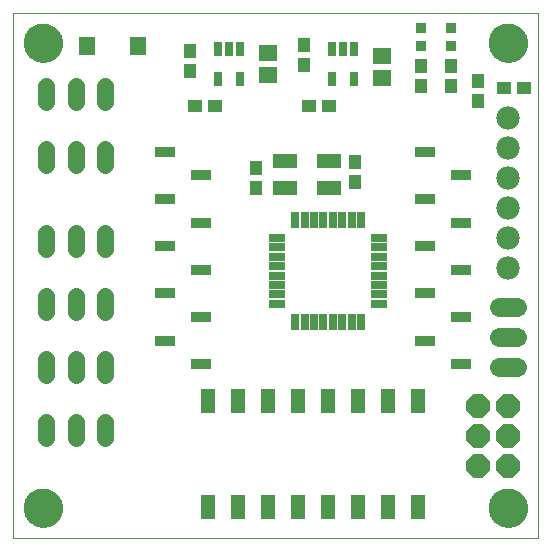
<source format=gts>
G75*
%MOIN*%
%OFA0B0*%
%FSLAX25Y25*%
%IPPOS*%
%LPD*%
%AMOC8*
5,1,8,0,0,1.08239X$1,22.5*
%
%ADD10C,0.00000*%
%ADD11C,0.12998*%
%ADD12OC8,0.07800*%
%ADD13R,0.02600X0.05400*%
%ADD14R,0.05400X0.02600*%
%ADD15R,0.04700X0.08300*%
%ADD16R,0.04337X0.04731*%
%ADD17R,0.05400X0.06187*%
%ADD18R,0.03550X0.03550*%
%ADD19R,0.07093X0.03746*%
%ADD20R,0.07880X0.04731*%
%ADD21C,0.07800*%
%ADD22R,0.04731X0.04337*%
%ADD23C,0.05550*%
%ADD24C,0.06400*%
%ADD25R,0.02565X0.05124*%
%ADD26R,0.06306X0.05518*%
D10*
X0002800Y0003800D02*
X0002800Y0178800D01*
X0177800Y0178800D01*
X0177800Y0003800D01*
X0002800Y0003800D01*
X0006501Y0013800D02*
X0006503Y0013958D01*
X0006509Y0014116D01*
X0006519Y0014274D01*
X0006533Y0014432D01*
X0006551Y0014589D01*
X0006572Y0014746D01*
X0006598Y0014902D01*
X0006628Y0015058D01*
X0006661Y0015213D01*
X0006699Y0015366D01*
X0006740Y0015519D01*
X0006785Y0015671D01*
X0006834Y0015822D01*
X0006887Y0015971D01*
X0006943Y0016119D01*
X0007003Y0016265D01*
X0007067Y0016410D01*
X0007135Y0016553D01*
X0007206Y0016695D01*
X0007280Y0016835D01*
X0007358Y0016972D01*
X0007440Y0017108D01*
X0007524Y0017242D01*
X0007613Y0017373D01*
X0007704Y0017502D01*
X0007799Y0017629D01*
X0007896Y0017754D01*
X0007997Y0017876D01*
X0008101Y0017995D01*
X0008208Y0018112D01*
X0008318Y0018226D01*
X0008431Y0018337D01*
X0008546Y0018446D01*
X0008664Y0018551D01*
X0008785Y0018653D01*
X0008908Y0018753D01*
X0009034Y0018849D01*
X0009162Y0018942D01*
X0009292Y0019032D01*
X0009425Y0019118D01*
X0009560Y0019202D01*
X0009696Y0019281D01*
X0009835Y0019358D01*
X0009976Y0019430D01*
X0010118Y0019500D01*
X0010262Y0019565D01*
X0010408Y0019627D01*
X0010555Y0019685D01*
X0010704Y0019740D01*
X0010854Y0019791D01*
X0011005Y0019838D01*
X0011157Y0019881D01*
X0011310Y0019920D01*
X0011465Y0019956D01*
X0011620Y0019987D01*
X0011776Y0020015D01*
X0011932Y0020039D01*
X0012089Y0020059D01*
X0012247Y0020075D01*
X0012404Y0020087D01*
X0012563Y0020095D01*
X0012721Y0020099D01*
X0012879Y0020099D01*
X0013037Y0020095D01*
X0013196Y0020087D01*
X0013353Y0020075D01*
X0013511Y0020059D01*
X0013668Y0020039D01*
X0013824Y0020015D01*
X0013980Y0019987D01*
X0014135Y0019956D01*
X0014290Y0019920D01*
X0014443Y0019881D01*
X0014595Y0019838D01*
X0014746Y0019791D01*
X0014896Y0019740D01*
X0015045Y0019685D01*
X0015192Y0019627D01*
X0015338Y0019565D01*
X0015482Y0019500D01*
X0015624Y0019430D01*
X0015765Y0019358D01*
X0015904Y0019281D01*
X0016040Y0019202D01*
X0016175Y0019118D01*
X0016308Y0019032D01*
X0016438Y0018942D01*
X0016566Y0018849D01*
X0016692Y0018753D01*
X0016815Y0018653D01*
X0016936Y0018551D01*
X0017054Y0018446D01*
X0017169Y0018337D01*
X0017282Y0018226D01*
X0017392Y0018112D01*
X0017499Y0017995D01*
X0017603Y0017876D01*
X0017704Y0017754D01*
X0017801Y0017629D01*
X0017896Y0017502D01*
X0017987Y0017373D01*
X0018076Y0017242D01*
X0018160Y0017108D01*
X0018242Y0016972D01*
X0018320Y0016835D01*
X0018394Y0016695D01*
X0018465Y0016553D01*
X0018533Y0016410D01*
X0018597Y0016265D01*
X0018657Y0016119D01*
X0018713Y0015971D01*
X0018766Y0015822D01*
X0018815Y0015671D01*
X0018860Y0015519D01*
X0018901Y0015366D01*
X0018939Y0015213D01*
X0018972Y0015058D01*
X0019002Y0014902D01*
X0019028Y0014746D01*
X0019049Y0014589D01*
X0019067Y0014432D01*
X0019081Y0014274D01*
X0019091Y0014116D01*
X0019097Y0013958D01*
X0019099Y0013800D01*
X0019097Y0013642D01*
X0019091Y0013484D01*
X0019081Y0013326D01*
X0019067Y0013168D01*
X0019049Y0013011D01*
X0019028Y0012854D01*
X0019002Y0012698D01*
X0018972Y0012542D01*
X0018939Y0012387D01*
X0018901Y0012234D01*
X0018860Y0012081D01*
X0018815Y0011929D01*
X0018766Y0011778D01*
X0018713Y0011629D01*
X0018657Y0011481D01*
X0018597Y0011335D01*
X0018533Y0011190D01*
X0018465Y0011047D01*
X0018394Y0010905D01*
X0018320Y0010765D01*
X0018242Y0010628D01*
X0018160Y0010492D01*
X0018076Y0010358D01*
X0017987Y0010227D01*
X0017896Y0010098D01*
X0017801Y0009971D01*
X0017704Y0009846D01*
X0017603Y0009724D01*
X0017499Y0009605D01*
X0017392Y0009488D01*
X0017282Y0009374D01*
X0017169Y0009263D01*
X0017054Y0009154D01*
X0016936Y0009049D01*
X0016815Y0008947D01*
X0016692Y0008847D01*
X0016566Y0008751D01*
X0016438Y0008658D01*
X0016308Y0008568D01*
X0016175Y0008482D01*
X0016040Y0008398D01*
X0015904Y0008319D01*
X0015765Y0008242D01*
X0015624Y0008170D01*
X0015482Y0008100D01*
X0015338Y0008035D01*
X0015192Y0007973D01*
X0015045Y0007915D01*
X0014896Y0007860D01*
X0014746Y0007809D01*
X0014595Y0007762D01*
X0014443Y0007719D01*
X0014290Y0007680D01*
X0014135Y0007644D01*
X0013980Y0007613D01*
X0013824Y0007585D01*
X0013668Y0007561D01*
X0013511Y0007541D01*
X0013353Y0007525D01*
X0013196Y0007513D01*
X0013037Y0007505D01*
X0012879Y0007501D01*
X0012721Y0007501D01*
X0012563Y0007505D01*
X0012404Y0007513D01*
X0012247Y0007525D01*
X0012089Y0007541D01*
X0011932Y0007561D01*
X0011776Y0007585D01*
X0011620Y0007613D01*
X0011465Y0007644D01*
X0011310Y0007680D01*
X0011157Y0007719D01*
X0011005Y0007762D01*
X0010854Y0007809D01*
X0010704Y0007860D01*
X0010555Y0007915D01*
X0010408Y0007973D01*
X0010262Y0008035D01*
X0010118Y0008100D01*
X0009976Y0008170D01*
X0009835Y0008242D01*
X0009696Y0008319D01*
X0009560Y0008398D01*
X0009425Y0008482D01*
X0009292Y0008568D01*
X0009162Y0008658D01*
X0009034Y0008751D01*
X0008908Y0008847D01*
X0008785Y0008947D01*
X0008664Y0009049D01*
X0008546Y0009154D01*
X0008431Y0009263D01*
X0008318Y0009374D01*
X0008208Y0009488D01*
X0008101Y0009605D01*
X0007997Y0009724D01*
X0007896Y0009846D01*
X0007799Y0009971D01*
X0007704Y0010098D01*
X0007613Y0010227D01*
X0007524Y0010358D01*
X0007440Y0010492D01*
X0007358Y0010628D01*
X0007280Y0010765D01*
X0007206Y0010905D01*
X0007135Y0011047D01*
X0007067Y0011190D01*
X0007003Y0011335D01*
X0006943Y0011481D01*
X0006887Y0011629D01*
X0006834Y0011778D01*
X0006785Y0011929D01*
X0006740Y0012081D01*
X0006699Y0012234D01*
X0006661Y0012387D01*
X0006628Y0012542D01*
X0006598Y0012698D01*
X0006572Y0012854D01*
X0006551Y0013011D01*
X0006533Y0013168D01*
X0006519Y0013326D01*
X0006509Y0013484D01*
X0006503Y0013642D01*
X0006501Y0013800D01*
X0006501Y0168800D02*
X0006503Y0168958D01*
X0006509Y0169116D01*
X0006519Y0169274D01*
X0006533Y0169432D01*
X0006551Y0169589D01*
X0006572Y0169746D01*
X0006598Y0169902D01*
X0006628Y0170058D01*
X0006661Y0170213D01*
X0006699Y0170366D01*
X0006740Y0170519D01*
X0006785Y0170671D01*
X0006834Y0170822D01*
X0006887Y0170971D01*
X0006943Y0171119D01*
X0007003Y0171265D01*
X0007067Y0171410D01*
X0007135Y0171553D01*
X0007206Y0171695D01*
X0007280Y0171835D01*
X0007358Y0171972D01*
X0007440Y0172108D01*
X0007524Y0172242D01*
X0007613Y0172373D01*
X0007704Y0172502D01*
X0007799Y0172629D01*
X0007896Y0172754D01*
X0007997Y0172876D01*
X0008101Y0172995D01*
X0008208Y0173112D01*
X0008318Y0173226D01*
X0008431Y0173337D01*
X0008546Y0173446D01*
X0008664Y0173551D01*
X0008785Y0173653D01*
X0008908Y0173753D01*
X0009034Y0173849D01*
X0009162Y0173942D01*
X0009292Y0174032D01*
X0009425Y0174118D01*
X0009560Y0174202D01*
X0009696Y0174281D01*
X0009835Y0174358D01*
X0009976Y0174430D01*
X0010118Y0174500D01*
X0010262Y0174565D01*
X0010408Y0174627D01*
X0010555Y0174685D01*
X0010704Y0174740D01*
X0010854Y0174791D01*
X0011005Y0174838D01*
X0011157Y0174881D01*
X0011310Y0174920D01*
X0011465Y0174956D01*
X0011620Y0174987D01*
X0011776Y0175015D01*
X0011932Y0175039D01*
X0012089Y0175059D01*
X0012247Y0175075D01*
X0012404Y0175087D01*
X0012563Y0175095D01*
X0012721Y0175099D01*
X0012879Y0175099D01*
X0013037Y0175095D01*
X0013196Y0175087D01*
X0013353Y0175075D01*
X0013511Y0175059D01*
X0013668Y0175039D01*
X0013824Y0175015D01*
X0013980Y0174987D01*
X0014135Y0174956D01*
X0014290Y0174920D01*
X0014443Y0174881D01*
X0014595Y0174838D01*
X0014746Y0174791D01*
X0014896Y0174740D01*
X0015045Y0174685D01*
X0015192Y0174627D01*
X0015338Y0174565D01*
X0015482Y0174500D01*
X0015624Y0174430D01*
X0015765Y0174358D01*
X0015904Y0174281D01*
X0016040Y0174202D01*
X0016175Y0174118D01*
X0016308Y0174032D01*
X0016438Y0173942D01*
X0016566Y0173849D01*
X0016692Y0173753D01*
X0016815Y0173653D01*
X0016936Y0173551D01*
X0017054Y0173446D01*
X0017169Y0173337D01*
X0017282Y0173226D01*
X0017392Y0173112D01*
X0017499Y0172995D01*
X0017603Y0172876D01*
X0017704Y0172754D01*
X0017801Y0172629D01*
X0017896Y0172502D01*
X0017987Y0172373D01*
X0018076Y0172242D01*
X0018160Y0172108D01*
X0018242Y0171972D01*
X0018320Y0171835D01*
X0018394Y0171695D01*
X0018465Y0171553D01*
X0018533Y0171410D01*
X0018597Y0171265D01*
X0018657Y0171119D01*
X0018713Y0170971D01*
X0018766Y0170822D01*
X0018815Y0170671D01*
X0018860Y0170519D01*
X0018901Y0170366D01*
X0018939Y0170213D01*
X0018972Y0170058D01*
X0019002Y0169902D01*
X0019028Y0169746D01*
X0019049Y0169589D01*
X0019067Y0169432D01*
X0019081Y0169274D01*
X0019091Y0169116D01*
X0019097Y0168958D01*
X0019099Y0168800D01*
X0019097Y0168642D01*
X0019091Y0168484D01*
X0019081Y0168326D01*
X0019067Y0168168D01*
X0019049Y0168011D01*
X0019028Y0167854D01*
X0019002Y0167698D01*
X0018972Y0167542D01*
X0018939Y0167387D01*
X0018901Y0167234D01*
X0018860Y0167081D01*
X0018815Y0166929D01*
X0018766Y0166778D01*
X0018713Y0166629D01*
X0018657Y0166481D01*
X0018597Y0166335D01*
X0018533Y0166190D01*
X0018465Y0166047D01*
X0018394Y0165905D01*
X0018320Y0165765D01*
X0018242Y0165628D01*
X0018160Y0165492D01*
X0018076Y0165358D01*
X0017987Y0165227D01*
X0017896Y0165098D01*
X0017801Y0164971D01*
X0017704Y0164846D01*
X0017603Y0164724D01*
X0017499Y0164605D01*
X0017392Y0164488D01*
X0017282Y0164374D01*
X0017169Y0164263D01*
X0017054Y0164154D01*
X0016936Y0164049D01*
X0016815Y0163947D01*
X0016692Y0163847D01*
X0016566Y0163751D01*
X0016438Y0163658D01*
X0016308Y0163568D01*
X0016175Y0163482D01*
X0016040Y0163398D01*
X0015904Y0163319D01*
X0015765Y0163242D01*
X0015624Y0163170D01*
X0015482Y0163100D01*
X0015338Y0163035D01*
X0015192Y0162973D01*
X0015045Y0162915D01*
X0014896Y0162860D01*
X0014746Y0162809D01*
X0014595Y0162762D01*
X0014443Y0162719D01*
X0014290Y0162680D01*
X0014135Y0162644D01*
X0013980Y0162613D01*
X0013824Y0162585D01*
X0013668Y0162561D01*
X0013511Y0162541D01*
X0013353Y0162525D01*
X0013196Y0162513D01*
X0013037Y0162505D01*
X0012879Y0162501D01*
X0012721Y0162501D01*
X0012563Y0162505D01*
X0012404Y0162513D01*
X0012247Y0162525D01*
X0012089Y0162541D01*
X0011932Y0162561D01*
X0011776Y0162585D01*
X0011620Y0162613D01*
X0011465Y0162644D01*
X0011310Y0162680D01*
X0011157Y0162719D01*
X0011005Y0162762D01*
X0010854Y0162809D01*
X0010704Y0162860D01*
X0010555Y0162915D01*
X0010408Y0162973D01*
X0010262Y0163035D01*
X0010118Y0163100D01*
X0009976Y0163170D01*
X0009835Y0163242D01*
X0009696Y0163319D01*
X0009560Y0163398D01*
X0009425Y0163482D01*
X0009292Y0163568D01*
X0009162Y0163658D01*
X0009034Y0163751D01*
X0008908Y0163847D01*
X0008785Y0163947D01*
X0008664Y0164049D01*
X0008546Y0164154D01*
X0008431Y0164263D01*
X0008318Y0164374D01*
X0008208Y0164488D01*
X0008101Y0164605D01*
X0007997Y0164724D01*
X0007896Y0164846D01*
X0007799Y0164971D01*
X0007704Y0165098D01*
X0007613Y0165227D01*
X0007524Y0165358D01*
X0007440Y0165492D01*
X0007358Y0165628D01*
X0007280Y0165765D01*
X0007206Y0165905D01*
X0007135Y0166047D01*
X0007067Y0166190D01*
X0007003Y0166335D01*
X0006943Y0166481D01*
X0006887Y0166629D01*
X0006834Y0166778D01*
X0006785Y0166929D01*
X0006740Y0167081D01*
X0006699Y0167234D01*
X0006661Y0167387D01*
X0006628Y0167542D01*
X0006598Y0167698D01*
X0006572Y0167854D01*
X0006551Y0168011D01*
X0006533Y0168168D01*
X0006519Y0168326D01*
X0006509Y0168484D01*
X0006503Y0168642D01*
X0006501Y0168800D01*
X0161501Y0168800D02*
X0161503Y0168958D01*
X0161509Y0169116D01*
X0161519Y0169274D01*
X0161533Y0169432D01*
X0161551Y0169589D01*
X0161572Y0169746D01*
X0161598Y0169902D01*
X0161628Y0170058D01*
X0161661Y0170213D01*
X0161699Y0170366D01*
X0161740Y0170519D01*
X0161785Y0170671D01*
X0161834Y0170822D01*
X0161887Y0170971D01*
X0161943Y0171119D01*
X0162003Y0171265D01*
X0162067Y0171410D01*
X0162135Y0171553D01*
X0162206Y0171695D01*
X0162280Y0171835D01*
X0162358Y0171972D01*
X0162440Y0172108D01*
X0162524Y0172242D01*
X0162613Y0172373D01*
X0162704Y0172502D01*
X0162799Y0172629D01*
X0162896Y0172754D01*
X0162997Y0172876D01*
X0163101Y0172995D01*
X0163208Y0173112D01*
X0163318Y0173226D01*
X0163431Y0173337D01*
X0163546Y0173446D01*
X0163664Y0173551D01*
X0163785Y0173653D01*
X0163908Y0173753D01*
X0164034Y0173849D01*
X0164162Y0173942D01*
X0164292Y0174032D01*
X0164425Y0174118D01*
X0164560Y0174202D01*
X0164696Y0174281D01*
X0164835Y0174358D01*
X0164976Y0174430D01*
X0165118Y0174500D01*
X0165262Y0174565D01*
X0165408Y0174627D01*
X0165555Y0174685D01*
X0165704Y0174740D01*
X0165854Y0174791D01*
X0166005Y0174838D01*
X0166157Y0174881D01*
X0166310Y0174920D01*
X0166465Y0174956D01*
X0166620Y0174987D01*
X0166776Y0175015D01*
X0166932Y0175039D01*
X0167089Y0175059D01*
X0167247Y0175075D01*
X0167404Y0175087D01*
X0167563Y0175095D01*
X0167721Y0175099D01*
X0167879Y0175099D01*
X0168037Y0175095D01*
X0168196Y0175087D01*
X0168353Y0175075D01*
X0168511Y0175059D01*
X0168668Y0175039D01*
X0168824Y0175015D01*
X0168980Y0174987D01*
X0169135Y0174956D01*
X0169290Y0174920D01*
X0169443Y0174881D01*
X0169595Y0174838D01*
X0169746Y0174791D01*
X0169896Y0174740D01*
X0170045Y0174685D01*
X0170192Y0174627D01*
X0170338Y0174565D01*
X0170482Y0174500D01*
X0170624Y0174430D01*
X0170765Y0174358D01*
X0170904Y0174281D01*
X0171040Y0174202D01*
X0171175Y0174118D01*
X0171308Y0174032D01*
X0171438Y0173942D01*
X0171566Y0173849D01*
X0171692Y0173753D01*
X0171815Y0173653D01*
X0171936Y0173551D01*
X0172054Y0173446D01*
X0172169Y0173337D01*
X0172282Y0173226D01*
X0172392Y0173112D01*
X0172499Y0172995D01*
X0172603Y0172876D01*
X0172704Y0172754D01*
X0172801Y0172629D01*
X0172896Y0172502D01*
X0172987Y0172373D01*
X0173076Y0172242D01*
X0173160Y0172108D01*
X0173242Y0171972D01*
X0173320Y0171835D01*
X0173394Y0171695D01*
X0173465Y0171553D01*
X0173533Y0171410D01*
X0173597Y0171265D01*
X0173657Y0171119D01*
X0173713Y0170971D01*
X0173766Y0170822D01*
X0173815Y0170671D01*
X0173860Y0170519D01*
X0173901Y0170366D01*
X0173939Y0170213D01*
X0173972Y0170058D01*
X0174002Y0169902D01*
X0174028Y0169746D01*
X0174049Y0169589D01*
X0174067Y0169432D01*
X0174081Y0169274D01*
X0174091Y0169116D01*
X0174097Y0168958D01*
X0174099Y0168800D01*
X0174097Y0168642D01*
X0174091Y0168484D01*
X0174081Y0168326D01*
X0174067Y0168168D01*
X0174049Y0168011D01*
X0174028Y0167854D01*
X0174002Y0167698D01*
X0173972Y0167542D01*
X0173939Y0167387D01*
X0173901Y0167234D01*
X0173860Y0167081D01*
X0173815Y0166929D01*
X0173766Y0166778D01*
X0173713Y0166629D01*
X0173657Y0166481D01*
X0173597Y0166335D01*
X0173533Y0166190D01*
X0173465Y0166047D01*
X0173394Y0165905D01*
X0173320Y0165765D01*
X0173242Y0165628D01*
X0173160Y0165492D01*
X0173076Y0165358D01*
X0172987Y0165227D01*
X0172896Y0165098D01*
X0172801Y0164971D01*
X0172704Y0164846D01*
X0172603Y0164724D01*
X0172499Y0164605D01*
X0172392Y0164488D01*
X0172282Y0164374D01*
X0172169Y0164263D01*
X0172054Y0164154D01*
X0171936Y0164049D01*
X0171815Y0163947D01*
X0171692Y0163847D01*
X0171566Y0163751D01*
X0171438Y0163658D01*
X0171308Y0163568D01*
X0171175Y0163482D01*
X0171040Y0163398D01*
X0170904Y0163319D01*
X0170765Y0163242D01*
X0170624Y0163170D01*
X0170482Y0163100D01*
X0170338Y0163035D01*
X0170192Y0162973D01*
X0170045Y0162915D01*
X0169896Y0162860D01*
X0169746Y0162809D01*
X0169595Y0162762D01*
X0169443Y0162719D01*
X0169290Y0162680D01*
X0169135Y0162644D01*
X0168980Y0162613D01*
X0168824Y0162585D01*
X0168668Y0162561D01*
X0168511Y0162541D01*
X0168353Y0162525D01*
X0168196Y0162513D01*
X0168037Y0162505D01*
X0167879Y0162501D01*
X0167721Y0162501D01*
X0167563Y0162505D01*
X0167404Y0162513D01*
X0167247Y0162525D01*
X0167089Y0162541D01*
X0166932Y0162561D01*
X0166776Y0162585D01*
X0166620Y0162613D01*
X0166465Y0162644D01*
X0166310Y0162680D01*
X0166157Y0162719D01*
X0166005Y0162762D01*
X0165854Y0162809D01*
X0165704Y0162860D01*
X0165555Y0162915D01*
X0165408Y0162973D01*
X0165262Y0163035D01*
X0165118Y0163100D01*
X0164976Y0163170D01*
X0164835Y0163242D01*
X0164696Y0163319D01*
X0164560Y0163398D01*
X0164425Y0163482D01*
X0164292Y0163568D01*
X0164162Y0163658D01*
X0164034Y0163751D01*
X0163908Y0163847D01*
X0163785Y0163947D01*
X0163664Y0164049D01*
X0163546Y0164154D01*
X0163431Y0164263D01*
X0163318Y0164374D01*
X0163208Y0164488D01*
X0163101Y0164605D01*
X0162997Y0164724D01*
X0162896Y0164846D01*
X0162799Y0164971D01*
X0162704Y0165098D01*
X0162613Y0165227D01*
X0162524Y0165358D01*
X0162440Y0165492D01*
X0162358Y0165628D01*
X0162280Y0165765D01*
X0162206Y0165905D01*
X0162135Y0166047D01*
X0162067Y0166190D01*
X0162003Y0166335D01*
X0161943Y0166481D01*
X0161887Y0166629D01*
X0161834Y0166778D01*
X0161785Y0166929D01*
X0161740Y0167081D01*
X0161699Y0167234D01*
X0161661Y0167387D01*
X0161628Y0167542D01*
X0161598Y0167698D01*
X0161572Y0167854D01*
X0161551Y0168011D01*
X0161533Y0168168D01*
X0161519Y0168326D01*
X0161509Y0168484D01*
X0161503Y0168642D01*
X0161501Y0168800D01*
X0161501Y0013800D02*
X0161503Y0013958D01*
X0161509Y0014116D01*
X0161519Y0014274D01*
X0161533Y0014432D01*
X0161551Y0014589D01*
X0161572Y0014746D01*
X0161598Y0014902D01*
X0161628Y0015058D01*
X0161661Y0015213D01*
X0161699Y0015366D01*
X0161740Y0015519D01*
X0161785Y0015671D01*
X0161834Y0015822D01*
X0161887Y0015971D01*
X0161943Y0016119D01*
X0162003Y0016265D01*
X0162067Y0016410D01*
X0162135Y0016553D01*
X0162206Y0016695D01*
X0162280Y0016835D01*
X0162358Y0016972D01*
X0162440Y0017108D01*
X0162524Y0017242D01*
X0162613Y0017373D01*
X0162704Y0017502D01*
X0162799Y0017629D01*
X0162896Y0017754D01*
X0162997Y0017876D01*
X0163101Y0017995D01*
X0163208Y0018112D01*
X0163318Y0018226D01*
X0163431Y0018337D01*
X0163546Y0018446D01*
X0163664Y0018551D01*
X0163785Y0018653D01*
X0163908Y0018753D01*
X0164034Y0018849D01*
X0164162Y0018942D01*
X0164292Y0019032D01*
X0164425Y0019118D01*
X0164560Y0019202D01*
X0164696Y0019281D01*
X0164835Y0019358D01*
X0164976Y0019430D01*
X0165118Y0019500D01*
X0165262Y0019565D01*
X0165408Y0019627D01*
X0165555Y0019685D01*
X0165704Y0019740D01*
X0165854Y0019791D01*
X0166005Y0019838D01*
X0166157Y0019881D01*
X0166310Y0019920D01*
X0166465Y0019956D01*
X0166620Y0019987D01*
X0166776Y0020015D01*
X0166932Y0020039D01*
X0167089Y0020059D01*
X0167247Y0020075D01*
X0167404Y0020087D01*
X0167563Y0020095D01*
X0167721Y0020099D01*
X0167879Y0020099D01*
X0168037Y0020095D01*
X0168196Y0020087D01*
X0168353Y0020075D01*
X0168511Y0020059D01*
X0168668Y0020039D01*
X0168824Y0020015D01*
X0168980Y0019987D01*
X0169135Y0019956D01*
X0169290Y0019920D01*
X0169443Y0019881D01*
X0169595Y0019838D01*
X0169746Y0019791D01*
X0169896Y0019740D01*
X0170045Y0019685D01*
X0170192Y0019627D01*
X0170338Y0019565D01*
X0170482Y0019500D01*
X0170624Y0019430D01*
X0170765Y0019358D01*
X0170904Y0019281D01*
X0171040Y0019202D01*
X0171175Y0019118D01*
X0171308Y0019032D01*
X0171438Y0018942D01*
X0171566Y0018849D01*
X0171692Y0018753D01*
X0171815Y0018653D01*
X0171936Y0018551D01*
X0172054Y0018446D01*
X0172169Y0018337D01*
X0172282Y0018226D01*
X0172392Y0018112D01*
X0172499Y0017995D01*
X0172603Y0017876D01*
X0172704Y0017754D01*
X0172801Y0017629D01*
X0172896Y0017502D01*
X0172987Y0017373D01*
X0173076Y0017242D01*
X0173160Y0017108D01*
X0173242Y0016972D01*
X0173320Y0016835D01*
X0173394Y0016695D01*
X0173465Y0016553D01*
X0173533Y0016410D01*
X0173597Y0016265D01*
X0173657Y0016119D01*
X0173713Y0015971D01*
X0173766Y0015822D01*
X0173815Y0015671D01*
X0173860Y0015519D01*
X0173901Y0015366D01*
X0173939Y0015213D01*
X0173972Y0015058D01*
X0174002Y0014902D01*
X0174028Y0014746D01*
X0174049Y0014589D01*
X0174067Y0014432D01*
X0174081Y0014274D01*
X0174091Y0014116D01*
X0174097Y0013958D01*
X0174099Y0013800D01*
X0174097Y0013642D01*
X0174091Y0013484D01*
X0174081Y0013326D01*
X0174067Y0013168D01*
X0174049Y0013011D01*
X0174028Y0012854D01*
X0174002Y0012698D01*
X0173972Y0012542D01*
X0173939Y0012387D01*
X0173901Y0012234D01*
X0173860Y0012081D01*
X0173815Y0011929D01*
X0173766Y0011778D01*
X0173713Y0011629D01*
X0173657Y0011481D01*
X0173597Y0011335D01*
X0173533Y0011190D01*
X0173465Y0011047D01*
X0173394Y0010905D01*
X0173320Y0010765D01*
X0173242Y0010628D01*
X0173160Y0010492D01*
X0173076Y0010358D01*
X0172987Y0010227D01*
X0172896Y0010098D01*
X0172801Y0009971D01*
X0172704Y0009846D01*
X0172603Y0009724D01*
X0172499Y0009605D01*
X0172392Y0009488D01*
X0172282Y0009374D01*
X0172169Y0009263D01*
X0172054Y0009154D01*
X0171936Y0009049D01*
X0171815Y0008947D01*
X0171692Y0008847D01*
X0171566Y0008751D01*
X0171438Y0008658D01*
X0171308Y0008568D01*
X0171175Y0008482D01*
X0171040Y0008398D01*
X0170904Y0008319D01*
X0170765Y0008242D01*
X0170624Y0008170D01*
X0170482Y0008100D01*
X0170338Y0008035D01*
X0170192Y0007973D01*
X0170045Y0007915D01*
X0169896Y0007860D01*
X0169746Y0007809D01*
X0169595Y0007762D01*
X0169443Y0007719D01*
X0169290Y0007680D01*
X0169135Y0007644D01*
X0168980Y0007613D01*
X0168824Y0007585D01*
X0168668Y0007561D01*
X0168511Y0007541D01*
X0168353Y0007525D01*
X0168196Y0007513D01*
X0168037Y0007505D01*
X0167879Y0007501D01*
X0167721Y0007501D01*
X0167563Y0007505D01*
X0167404Y0007513D01*
X0167247Y0007525D01*
X0167089Y0007541D01*
X0166932Y0007561D01*
X0166776Y0007585D01*
X0166620Y0007613D01*
X0166465Y0007644D01*
X0166310Y0007680D01*
X0166157Y0007719D01*
X0166005Y0007762D01*
X0165854Y0007809D01*
X0165704Y0007860D01*
X0165555Y0007915D01*
X0165408Y0007973D01*
X0165262Y0008035D01*
X0165118Y0008100D01*
X0164976Y0008170D01*
X0164835Y0008242D01*
X0164696Y0008319D01*
X0164560Y0008398D01*
X0164425Y0008482D01*
X0164292Y0008568D01*
X0164162Y0008658D01*
X0164034Y0008751D01*
X0163908Y0008847D01*
X0163785Y0008947D01*
X0163664Y0009049D01*
X0163546Y0009154D01*
X0163431Y0009263D01*
X0163318Y0009374D01*
X0163208Y0009488D01*
X0163101Y0009605D01*
X0162997Y0009724D01*
X0162896Y0009846D01*
X0162799Y0009971D01*
X0162704Y0010098D01*
X0162613Y0010227D01*
X0162524Y0010358D01*
X0162440Y0010492D01*
X0162358Y0010628D01*
X0162280Y0010765D01*
X0162206Y0010905D01*
X0162135Y0011047D01*
X0162067Y0011190D01*
X0162003Y0011335D01*
X0161943Y0011481D01*
X0161887Y0011629D01*
X0161834Y0011778D01*
X0161785Y0011929D01*
X0161740Y0012081D01*
X0161699Y0012234D01*
X0161661Y0012387D01*
X0161628Y0012542D01*
X0161598Y0012698D01*
X0161572Y0012854D01*
X0161551Y0013011D01*
X0161533Y0013168D01*
X0161519Y0013326D01*
X0161509Y0013484D01*
X0161503Y0013642D01*
X0161501Y0013800D01*
D11*
X0167800Y0013800D03*
X0167800Y0168800D03*
X0012800Y0168800D03*
X0012800Y0013800D03*
D12*
X0157800Y0027800D03*
X0157800Y0037800D03*
X0167800Y0037800D03*
X0167800Y0027800D03*
X0167800Y0047800D03*
X0157800Y0047800D03*
D13*
X0118824Y0075900D03*
X0115674Y0075900D03*
X0112524Y0075900D03*
X0109375Y0075900D03*
X0106225Y0075900D03*
X0103076Y0075900D03*
X0099926Y0075900D03*
X0096776Y0075900D03*
X0096776Y0109700D03*
X0099926Y0109700D03*
X0103076Y0109700D03*
X0106225Y0109700D03*
X0109375Y0109700D03*
X0112524Y0109700D03*
X0115674Y0109700D03*
X0118824Y0109700D03*
D14*
X0124700Y0103824D03*
X0124700Y0100674D03*
X0124700Y0097524D03*
X0124700Y0094375D03*
X0124700Y0091225D03*
X0124700Y0088076D03*
X0124700Y0084926D03*
X0124700Y0081776D03*
X0090900Y0081776D03*
X0090900Y0084926D03*
X0090900Y0088076D03*
X0090900Y0091225D03*
X0090900Y0094375D03*
X0090900Y0097524D03*
X0090900Y0100674D03*
X0090900Y0103824D03*
D15*
X0087800Y0049500D03*
X0077800Y0049500D03*
X0067800Y0049500D03*
X0097800Y0049500D03*
X0107800Y0049500D03*
X0117800Y0049500D03*
X0127800Y0049500D03*
X0137800Y0049500D03*
X0137800Y0014100D03*
X0127800Y0014100D03*
X0117800Y0014100D03*
X0107800Y0014100D03*
X0097800Y0014100D03*
X0087800Y0014100D03*
X0077800Y0014100D03*
X0067800Y0014100D03*
D16*
X0083800Y0120454D03*
X0083800Y0127146D03*
X0061800Y0159454D03*
X0061800Y0166146D03*
X0099800Y0168146D03*
X0099800Y0161454D03*
X0116800Y0129146D03*
X0116800Y0122454D03*
X0138800Y0154454D03*
X0138800Y0161146D03*
X0148800Y0161146D03*
X0148800Y0154454D03*
X0157800Y0156146D03*
X0157800Y0149454D03*
D17*
X0044265Y0167800D03*
X0027335Y0167800D03*
D18*
X0138800Y0167847D03*
X0138800Y0173753D03*
X0148800Y0173753D03*
X0148800Y0167847D03*
D19*
X0140202Y0132540D03*
X0152013Y0124666D03*
X0140202Y0116792D03*
X0152013Y0108918D03*
X0140202Y0101044D03*
X0152013Y0093170D03*
X0140202Y0085296D03*
X0152013Y0077422D03*
X0140202Y0069548D03*
X0152013Y0061674D03*
X0065398Y0061674D03*
X0053587Y0069548D03*
X0065398Y0077422D03*
X0053587Y0085296D03*
X0065398Y0093170D03*
X0053587Y0101044D03*
X0065398Y0108918D03*
X0053587Y0116792D03*
X0065398Y0124666D03*
X0053587Y0132540D03*
D20*
X0093517Y0129328D03*
X0093517Y0120272D03*
X0108083Y0120272D03*
X0108083Y0129328D03*
D21*
X0167800Y0133800D03*
X0167800Y0123800D03*
X0167800Y0113800D03*
X0167800Y0103800D03*
X0167800Y0093800D03*
X0167800Y0143800D03*
D22*
X0166454Y0153800D03*
X0173146Y0153800D03*
X0108146Y0147800D03*
X0101454Y0147800D03*
X0070146Y0147800D03*
X0063454Y0147800D03*
D23*
X0033485Y0149225D02*
X0033485Y0154375D01*
X0023643Y0154375D02*
X0023643Y0149225D01*
X0013800Y0149225D02*
X0013800Y0154375D01*
X0013800Y0133375D02*
X0013800Y0128225D01*
X0023643Y0128225D02*
X0023643Y0133375D01*
X0033485Y0133375D02*
X0033485Y0128225D01*
X0033485Y0105375D02*
X0033485Y0100225D01*
X0023643Y0100225D02*
X0023643Y0105375D01*
X0013800Y0105375D02*
X0013800Y0100225D01*
X0013800Y0084375D02*
X0013800Y0079225D01*
X0023643Y0079225D02*
X0023643Y0084375D01*
X0033485Y0084375D02*
X0033485Y0079225D01*
X0033485Y0063375D02*
X0033485Y0058225D01*
X0023643Y0058225D02*
X0023643Y0063375D01*
X0013800Y0063375D02*
X0013800Y0058225D01*
X0013800Y0042375D02*
X0013800Y0037225D01*
X0023643Y0037225D02*
X0023643Y0042375D01*
X0033485Y0042375D02*
X0033485Y0037225D01*
D24*
X0164800Y0060800D02*
X0170800Y0060800D01*
X0170800Y0070800D02*
X0164800Y0070800D01*
X0164800Y0080800D02*
X0170800Y0080800D01*
D25*
X0116540Y0156681D03*
X0109060Y0156681D03*
X0109060Y0166919D03*
X0112800Y0166919D03*
X0116540Y0166919D03*
X0078540Y0166919D03*
X0074800Y0166919D03*
X0071060Y0166919D03*
X0071060Y0156681D03*
X0078540Y0156681D03*
D26*
X0087800Y0158060D03*
X0087800Y0165540D03*
X0125800Y0164540D03*
X0125800Y0157060D03*
M02*

</source>
